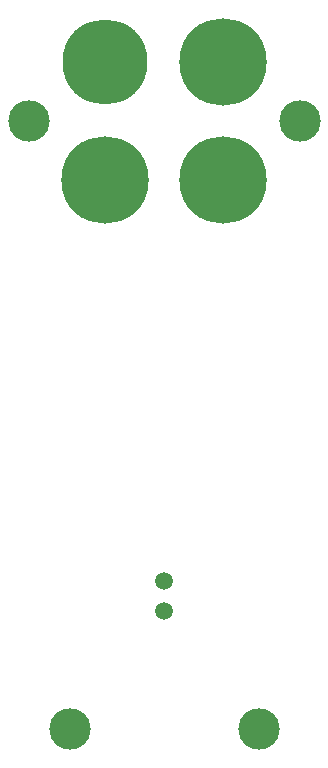
<source format=gbr>
G04 (created by PCBNEW (2013-may-18)-stable) date Вт 27 окт 2015 03:11:57*
%MOIN*%
G04 Gerber Fmt 3.4, Leading zero omitted, Abs format*
%FSLAX34Y34*%
G01*
G70*
G90*
G04 APERTURE LIST*
%ADD10C,0.00393701*%
%ADD11C,0.283465*%
%ADD12C,0.291339*%
%ADD13C,0.137795*%
%ADD14C,0.0590551*%
G04 APERTURE END LIST*
G54D10*
G54D11*
X9645Y-8267D03*
G54D12*
X13582Y-8267D03*
X9645Y-12204D03*
X13582Y-12204D03*
G54D13*
X7086Y-10236D03*
X16141Y-10236D03*
G54D14*
X11614Y-26574D03*
X11614Y-25590D03*
G54D13*
X8464Y-30511D03*
X14763Y-30511D03*
M02*

</source>
